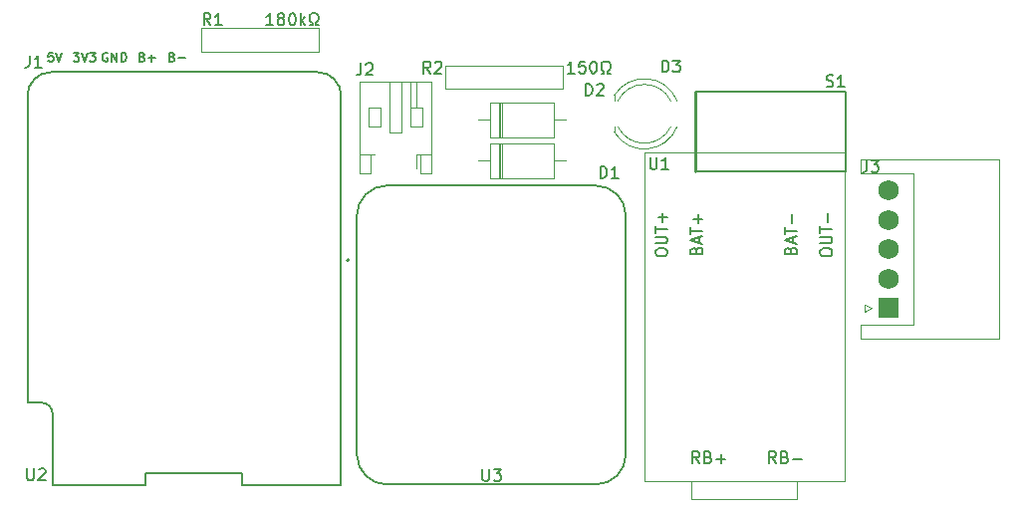
<source format=gto>
%TF.GenerationSoftware,KiCad,Pcbnew,(6.0.11)*%
%TF.CreationDate,2023-04-10T14:51:40-04:00*%
%TF.ProjectId,IMU-pcb,494d552d-7063-4622-9e6b-696361645f70,rev?*%
%TF.SameCoordinates,Original*%
%TF.FileFunction,Legend,Top*%
%TF.FilePolarity,Positive*%
%FSLAX46Y46*%
G04 Gerber Fmt 4.6, Leading zero omitted, Abs format (unit mm)*
G04 Created by KiCad (PCBNEW (6.0.11)) date 2023-04-10 14:51:40*
%MOMM*%
%LPD*%
G01*
G04 APERTURE LIST*
%ADD10C,0.150000*%
%ADD11C,0.127000*%
%ADD12C,0.300000*%
%ADD13C,0.120000*%
%ADD14C,0.200000*%
%ADD15C,0.230000*%
%ADD16R,1.750000X1.750000*%
%ADD17C,1.750000*%
G04 APERTURE END LIST*
D10*
%TO.C,J2*%
X138916666Y-73702380D02*
X138916666Y-74416666D01*
X138869047Y-74559523D01*
X138773809Y-74654761D01*
X138630952Y-74702380D01*
X138535714Y-74702380D01*
X139345238Y-73797619D02*
X139392857Y-73750000D01*
X139488095Y-73702380D01*
X139726190Y-73702380D01*
X139821428Y-73750000D01*
X139869047Y-73797619D01*
X139916666Y-73892857D01*
X139916666Y-73988095D01*
X139869047Y-74130952D01*
X139297619Y-74702380D01*
X139916666Y-74702380D01*
%TO.C,R2*%
X144833333Y-74552380D02*
X144500000Y-74076190D01*
X144261904Y-74552380D02*
X144261904Y-73552380D01*
X144642857Y-73552380D01*
X144738095Y-73600000D01*
X144785714Y-73647619D01*
X144833333Y-73742857D01*
X144833333Y-73885714D01*
X144785714Y-73980952D01*
X144738095Y-74028571D01*
X144642857Y-74076190D01*
X144261904Y-74076190D01*
X145214285Y-73647619D02*
X145261904Y-73600000D01*
X145357142Y-73552380D01*
X145595238Y-73552380D01*
X145690476Y-73600000D01*
X145738095Y-73647619D01*
X145785714Y-73742857D01*
X145785714Y-73838095D01*
X145738095Y-73980952D01*
X145166666Y-74552380D01*
X145785714Y-74552380D01*
X157061904Y-74552380D02*
X156490476Y-74552380D01*
X156776190Y-74552380D02*
X156776190Y-73552380D01*
X156680952Y-73695238D01*
X156585714Y-73790476D01*
X156490476Y-73838095D01*
X157966666Y-73552380D02*
X157490476Y-73552380D01*
X157442857Y-74028571D01*
X157490476Y-73980952D01*
X157585714Y-73933333D01*
X157823809Y-73933333D01*
X157919047Y-73980952D01*
X157966666Y-74028571D01*
X158014285Y-74123809D01*
X158014285Y-74361904D01*
X157966666Y-74457142D01*
X157919047Y-74504761D01*
X157823809Y-74552380D01*
X157585714Y-74552380D01*
X157490476Y-74504761D01*
X157442857Y-74457142D01*
X158633333Y-73552380D02*
X158728571Y-73552380D01*
X158823809Y-73600000D01*
X158871428Y-73647619D01*
X158919047Y-73742857D01*
X158966666Y-73933333D01*
X158966666Y-74171428D01*
X158919047Y-74361904D01*
X158871428Y-74457142D01*
X158823809Y-74504761D01*
X158728571Y-74552380D01*
X158633333Y-74552380D01*
X158538095Y-74504761D01*
X158490476Y-74457142D01*
X158442857Y-74361904D01*
X158395238Y-74171428D01*
X158395238Y-73933333D01*
X158442857Y-73742857D01*
X158490476Y-73647619D01*
X158538095Y-73600000D01*
X158633333Y-73552380D01*
X159347619Y-74552380D02*
X159585714Y-74552380D01*
X159585714Y-74361904D01*
X159490476Y-74314285D01*
X159395238Y-74219047D01*
X159347619Y-74076190D01*
X159347619Y-73838095D01*
X159395238Y-73695238D01*
X159490476Y-73600000D01*
X159633333Y-73552380D01*
X159823809Y-73552380D01*
X159966666Y-73600000D01*
X160061904Y-73695238D01*
X160109523Y-73838095D01*
X160109523Y-74076190D01*
X160061904Y-74219047D01*
X159966666Y-74314285D01*
X159871428Y-74361904D01*
X159871428Y-74552380D01*
X160109523Y-74552380D01*
%TO.C,R1*%
X126133333Y-70452380D02*
X125800000Y-69976190D01*
X125561904Y-70452380D02*
X125561904Y-69452380D01*
X125942857Y-69452380D01*
X126038095Y-69500000D01*
X126085714Y-69547619D01*
X126133333Y-69642857D01*
X126133333Y-69785714D01*
X126085714Y-69880952D01*
X126038095Y-69928571D01*
X125942857Y-69976190D01*
X125561904Y-69976190D01*
X127085714Y-70452380D02*
X126514285Y-70452380D01*
X126800000Y-70452380D02*
X126800000Y-69452380D01*
X126704761Y-69595238D01*
X126609523Y-69690476D01*
X126514285Y-69738095D01*
X131457142Y-70452380D02*
X130885714Y-70452380D01*
X131171428Y-70452380D02*
X131171428Y-69452380D01*
X131076190Y-69595238D01*
X130980952Y-69690476D01*
X130885714Y-69738095D01*
X132028571Y-69880952D02*
X131933333Y-69833333D01*
X131885714Y-69785714D01*
X131838095Y-69690476D01*
X131838095Y-69642857D01*
X131885714Y-69547619D01*
X131933333Y-69500000D01*
X132028571Y-69452380D01*
X132219047Y-69452380D01*
X132314285Y-69500000D01*
X132361904Y-69547619D01*
X132409523Y-69642857D01*
X132409523Y-69690476D01*
X132361904Y-69785714D01*
X132314285Y-69833333D01*
X132219047Y-69880952D01*
X132028571Y-69880952D01*
X131933333Y-69928571D01*
X131885714Y-69976190D01*
X131838095Y-70071428D01*
X131838095Y-70261904D01*
X131885714Y-70357142D01*
X131933333Y-70404761D01*
X132028571Y-70452380D01*
X132219047Y-70452380D01*
X132314285Y-70404761D01*
X132361904Y-70357142D01*
X132409523Y-70261904D01*
X132409523Y-70071428D01*
X132361904Y-69976190D01*
X132314285Y-69928571D01*
X132219047Y-69880952D01*
X133028571Y-69452380D02*
X133123809Y-69452380D01*
X133219047Y-69500000D01*
X133266666Y-69547619D01*
X133314285Y-69642857D01*
X133361904Y-69833333D01*
X133361904Y-70071428D01*
X133314285Y-70261904D01*
X133266666Y-70357142D01*
X133219047Y-70404761D01*
X133123809Y-70452380D01*
X133028571Y-70452380D01*
X132933333Y-70404761D01*
X132885714Y-70357142D01*
X132838095Y-70261904D01*
X132790476Y-70071428D01*
X132790476Y-69833333D01*
X132838095Y-69642857D01*
X132885714Y-69547619D01*
X132933333Y-69500000D01*
X133028571Y-69452380D01*
X133790476Y-70452380D02*
X133790476Y-69452380D01*
X133885714Y-70071428D02*
X134171428Y-70452380D01*
X134171428Y-69785714D02*
X133790476Y-70166666D01*
X134552380Y-70452380D02*
X134790476Y-70452380D01*
X134790476Y-70261904D01*
X134695238Y-70214285D01*
X134600000Y-70119047D01*
X134552380Y-69976190D01*
X134552380Y-69738095D01*
X134600000Y-69595238D01*
X134695238Y-69500000D01*
X134838095Y-69452380D01*
X135028571Y-69452380D01*
X135171428Y-69500000D01*
X135266666Y-69595238D01*
X135314285Y-69738095D01*
X135314285Y-69976190D01*
X135266666Y-70119047D01*
X135171428Y-70214285D01*
X135076190Y-70261904D01*
X135076190Y-70452380D01*
X135314285Y-70452380D01*
%TO.C,D3*%
X164511904Y-74452380D02*
X164511904Y-73452380D01*
X164750000Y-73452380D01*
X164892857Y-73500000D01*
X164988095Y-73595238D01*
X165035714Y-73690476D01*
X165083333Y-73880952D01*
X165083333Y-74023809D01*
X165035714Y-74214285D01*
X164988095Y-74309523D01*
X164892857Y-74404761D01*
X164750000Y-74452380D01*
X164511904Y-74452380D01*
X165416666Y-73452380D02*
X166035714Y-73452380D01*
X165702380Y-73833333D01*
X165845238Y-73833333D01*
X165940476Y-73880952D01*
X165988095Y-73928571D01*
X166035714Y-74023809D01*
X166035714Y-74261904D01*
X165988095Y-74357142D01*
X165940476Y-74404761D01*
X165845238Y-74452380D01*
X165559523Y-74452380D01*
X165464285Y-74404761D01*
X165416666Y-74357142D01*
%TO.C,U2*%
X110538095Y-108152380D02*
X110538095Y-108961904D01*
X110585714Y-109057142D01*
X110633333Y-109104761D01*
X110728571Y-109152380D01*
X110919047Y-109152380D01*
X111014285Y-109104761D01*
X111061904Y-109057142D01*
X111109523Y-108961904D01*
X111109523Y-108152380D01*
X111538095Y-108247619D02*
X111585714Y-108200000D01*
X111680952Y-108152380D01*
X111919047Y-108152380D01*
X112014285Y-108200000D01*
X112061904Y-108247619D01*
X112109523Y-108342857D01*
X112109523Y-108438095D01*
X112061904Y-108580952D01*
X111490476Y-109152380D01*
X112109523Y-109152380D01*
%TO.C,U3*%
X149238095Y-108202380D02*
X149238095Y-109011904D01*
X149285714Y-109107142D01*
X149333333Y-109154761D01*
X149428571Y-109202380D01*
X149619047Y-109202380D01*
X149714285Y-109154761D01*
X149761904Y-109107142D01*
X149809523Y-109011904D01*
X149809523Y-108202380D01*
X150190476Y-108202380D02*
X150809523Y-108202380D01*
X150476190Y-108583333D01*
X150619047Y-108583333D01*
X150714285Y-108630952D01*
X150761904Y-108678571D01*
X150809523Y-108773809D01*
X150809523Y-109011904D01*
X150761904Y-109107142D01*
X150714285Y-109154761D01*
X150619047Y-109202380D01*
X150333333Y-109202380D01*
X150238095Y-109154761D01*
X150190476Y-109107142D01*
%TO.C,J1*%
X110766666Y-73052380D02*
X110766666Y-73766666D01*
X110719047Y-73909523D01*
X110623809Y-74004761D01*
X110480952Y-74052380D01*
X110385714Y-74052380D01*
X111766666Y-74052380D02*
X111195238Y-74052380D01*
X111480952Y-74052380D02*
X111480952Y-73052380D01*
X111385714Y-73195238D01*
X111290476Y-73290476D01*
X111195238Y-73338095D01*
D11*
X120336714Y-73169571D02*
X120445571Y-73205857D01*
X120481857Y-73242142D01*
X120518142Y-73314714D01*
X120518142Y-73423571D01*
X120481857Y-73496142D01*
X120445571Y-73532428D01*
X120373000Y-73568714D01*
X120082714Y-73568714D01*
X120082714Y-72806714D01*
X120336714Y-72806714D01*
X120409285Y-72843000D01*
X120445571Y-72879285D01*
X120481857Y-72951857D01*
X120481857Y-73024428D01*
X120445571Y-73097000D01*
X120409285Y-73133285D01*
X120336714Y-73169571D01*
X120082714Y-73169571D01*
X120844714Y-73278428D02*
X121425285Y-73278428D01*
X121135000Y-73568714D02*
X121135000Y-72988142D01*
X112734857Y-72806714D02*
X112372000Y-72806714D01*
X112335714Y-73169571D01*
X112372000Y-73133285D01*
X112444571Y-73097000D01*
X112626000Y-73097000D01*
X112698571Y-73133285D01*
X112734857Y-73169571D01*
X112771142Y-73242142D01*
X112771142Y-73423571D01*
X112734857Y-73496142D01*
X112698571Y-73532428D01*
X112626000Y-73568714D01*
X112444571Y-73568714D01*
X112372000Y-73532428D01*
X112335714Y-73496142D01*
X112988857Y-72806714D02*
X113242857Y-73568714D01*
X113496857Y-72806714D01*
X117379428Y-72843000D02*
X117306857Y-72806714D01*
X117198000Y-72806714D01*
X117089142Y-72843000D01*
X117016571Y-72915571D01*
X116980285Y-72988142D01*
X116944000Y-73133285D01*
X116944000Y-73242142D01*
X116980285Y-73387285D01*
X117016571Y-73459857D01*
X117089142Y-73532428D01*
X117198000Y-73568714D01*
X117270571Y-73568714D01*
X117379428Y-73532428D01*
X117415714Y-73496142D01*
X117415714Y-73242142D01*
X117270571Y-73242142D01*
X117742285Y-73568714D02*
X117742285Y-72806714D01*
X118177714Y-73568714D01*
X118177714Y-72806714D01*
X118540571Y-73568714D02*
X118540571Y-72806714D01*
X118722000Y-72806714D01*
X118830857Y-72843000D01*
X118903428Y-72915571D01*
X118939714Y-72988142D01*
X118976000Y-73133285D01*
X118976000Y-73242142D01*
X118939714Y-73387285D01*
X118903428Y-73459857D01*
X118830857Y-73532428D01*
X118722000Y-73568714D01*
X118540571Y-73568714D01*
X114476571Y-72806714D02*
X114948285Y-72806714D01*
X114694285Y-73097000D01*
X114803142Y-73097000D01*
X114875714Y-73133285D01*
X114912000Y-73169571D01*
X114948285Y-73242142D01*
X114948285Y-73423571D01*
X114912000Y-73496142D01*
X114875714Y-73532428D01*
X114803142Y-73568714D01*
X114585428Y-73568714D01*
X114512857Y-73532428D01*
X114476571Y-73496142D01*
X115166000Y-72806714D02*
X115420000Y-73568714D01*
X115674000Y-72806714D01*
X115855428Y-72806714D02*
X116327142Y-72806714D01*
X116073142Y-73097000D01*
X116182000Y-73097000D01*
X116254571Y-73133285D01*
X116290857Y-73169571D01*
X116327142Y-73242142D01*
X116327142Y-73423571D01*
X116290857Y-73496142D01*
X116254571Y-73532428D01*
X116182000Y-73568714D01*
X115964285Y-73568714D01*
X115891714Y-73532428D01*
X115855428Y-73496142D01*
X122876714Y-73169571D02*
X122985571Y-73205857D01*
X123021857Y-73242142D01*
X123058142Y-73314714D01*
X123058142Y-73423571D01*
X123021857Y-73496142D01*
X122985571Y-73532428D01*
X122913000Y-73568714D01*
X122622714Y-73568714D01*
X122622714Y-72806714D01*
X122876714Y-72806714D01*
X122949285Y-72843000D01*
X122985571Y-72879285D01*
X123021857Y-72951857D01*
X123021857Y-73024428D01*
X122985571Y-73097000D01*
X122949285Y-73133285D01*
X122876714Y-73169571D01*
X122622714Y-73169571D01*
X123384714Y-73278428D02*
X123965285Y-73278428D01*
D10*
%TO.C,S1*%
X178488095Y-75654761D02*
X178630952Y-75702380D01*
X178869047Y-75702380D01*
X178964285Y-75654761D01*
X179011904Y-75607142D01*
X179059523Y-75511904D01*
X179059523Y-75416666D01*
X179011904Y-75321428D01*
X178964285Y-75273809D01*
X178869047Y-75226190D01*
X178678571Y-75178571D01*
X178583333Y-75130952D01*
X178535714Y-75083333D01*
X178488095Y-74988095D01*
X178488095Y-74892857D01*
X178535714Y-74797619D01*
X178583333Y-74750000D01*
X178678571Y-74702380D01*
X178916666Y-74702380D01*
X179059523Y-74750000D01*
X180011904Y-75702380D02*
X179440476Y-75702380D01*
X179726190Y-75702380D02*
X179726190Y-74702380D01*
X179630952Y-74845238D01*
X179535714Y-74940476D01*
X179440476Y-74988095D01*
%TO.C,J3*%
X181916666Y-81952380D02*
X181916666Y-82666666D01*
X181869047Y-82809523D01*
X181773809Y-82904761D01*
X181630952Y-82952380D01*
X181535714Y-82952380D01*
X182297619Y-81952380D02*
X182916666Y-81952380D01*
X182583333Y-82333333D01*
X182726190Y-82333333D01*
X182821428Y-82380952D01*
X182869047Y-82428571D01*
X182916666Y-82523809D01*
X182916666Y-82761904D01*
X182869047Y-82857142D01*
X182821428Y-82904761D01*
X182726190Y-82952380D01*
X182440476Y-82952380D01*
X182345238Y-82904761D01*
X182297619Y-82857142D01*
%TO.C,D2*%
X158011904Y-76452380D02*
X158011904Y-75452380D01*
X158250000Y-75452380D01*
X158392857Y-75500000D01*
X158488095Y-75595238D01*
X158535714Y-75690476D01*
X158583333Y-75880952D01*
X158583333Y-76023809D01*
X158535714Y-76214285D01*
X158488095Y-76309523D01*
X158392857Y-76404761D01*
X158250000Y-76452380D01*
X158011904Y-76452380D01*
X158964285Y-75547619D02*
X159011904Y-75500000D01*
X159107142Y-75452380D01*
X159345238Y-75452380D01*
X159440476Y-75500000D01*
X159488095Y-75547619D01*
X159535714Y-75642857D01*
X159535714Y-75738095D01*
X159488095Y-75880952D01*
X158916666Y-76452380D01*
X159535714Y-76452380D01*
%TO.C,U1*%
X163488095Y-81702380D02*
X163488095Y-82511904D01*
X163535714Y-82607142D01*
X163583333Y-82654761D01*
X163678571Y-82702380D01*
X163869047Y-82702380D01*
X163964285Y-82654761D01*
X164011904Y-82607142D01*
X164059523Y-82511904D01*
X164059523Y-81702380D01*
X165059523Y-82702380D02*
X164488095Y-82702380D01*
X164773809Y-82702380D02*
X164773809Y-81702380D01*
X164678571Y-81845238D01*
X164583333Y-81940476D01*
X164488095Y-81988095D01*
X175428571Y-89607142D02*
X175476190Y-89464285D01*
X175523809Y-89416666D01*
X175619047Y-89369047D01*
X175761904Y-89369047D01*
X175857142Y-89416666D01*
X175904761Y-89464285D01*
X175952380Y-89559523D01*
X175952380Y-89940476D01*
X174952380Y-89940476D01*
X174952380Y-89607142D01*
X175000000Y-89511904D01*
X175047619Y-89464285D01*
X175142857Y-89416666D01*
X175238095Y-89416666D01*
X175333333Y-89464285D01*
X175380952Y-89511904D01*
X175428571Y-89607142D01*
X175428571Y-89940476D01*
X175666666Y-88988095D02*
X175666666Y-88511904D01*
X175952380Y-89083333D02*
X174952380Y-88750000D01*
X175952380Y-88416666D01*
X174952380Y-88226190D02*
X174952380Y-87654761D01*
X175952380Y-87940476D02*
X174952380Y-87940476D01*
X175571428Y-87321428D02*
X175571428Y-86559523D01*
X167690476Y-107702380D02*
X167357142Y-107226190D01*
X167119047Y-107702380D02*
X167119047Y-106702380D01*
X167500000Y-106702380D01*
X167595238Y-106750000D01*
X167642857Y-106797619D01*
X167690476Y-106892857D01*
X167690476Y-107035714D01*
X167642857Y-107130952D01*
X167595238Y-107178571D01*
X167500000Y-107226190D01*
X167119047Y-107226190D01*
X168452380Y-107178571D02*
X168595238Y-107226190D01*
X168642857Y-107273809D01*
X168690476Y-107369047D01*
X168690476Y-107511904D01*
X168642857Y-107607142D01*
X168595238Y-107654761D01*
X168500000Y-107702380D01*
X168119047Y-107702380D01*
X168119047Y-106702380D01*
X168452380Y-106702380D01*
X168547619Y-106750000D01*
X168595238Y-106797619D01*
X168642857Y-106892857D01*
X168642857Y-106988095D01*
X168595238Y-107083333D01*
X168547619Y-107130952D01*
X168452380Y-107178571D01*
X168119047Y-107178571D01*
X169119047Y-107321428D02*
X169880952Y-107321428D01*
X169500000Y-107702380D02*
X169500000Y-106940476D01*
X163952380Y-89869047D02*
X163952380Y-89678571D01*
X164000000Y-89583333D01*
X164095238Y-89488095D01*
X164285714Y-89440476D01*
X164619047Y-89440476D01*
X164809523Y-89488095D01*
X164904761Y-89583333D01*
X164952380Y-89678571D01*
X164952380Y-89869047D01*
X164904761Y-89964285D01*
X164809523Y-90059523D01*
X164619047Y-90107142D01*
X164285714Y-90107142D01*
X164095238Y-90059523D01*
X164000000Y-89964285D01*
X163952380Y-89869047D01*
X163952380Y-89011904D02*
X164761904Y-89011904D01*
X164857142Y-88964285D01*
X164904761Y-88916666D01*
X164952380Y-88821428D01*
X164952380Y-88630952D01*
X164904761Y-88535714D01*
X164857142Y-88488095D01*
X164761904Y-88440476D01*
X163952380Y-88440476D01*
X163952380Y-88107142D02*
X163952380Y-87535714D01*
X164952380Y-87821428D02*
X163952380Y-87821428D01*
X164571428Y-87202380D02*
X164571428Y-86440476D01*
X164952380Y-86821428D02*
X164190476Y-86821428D01*
X167428571Y-89607142D02*
X167476190Y-89464285D01*
X167523809Y-89416666D01*
X167619047Y-89369047D01*
X167761904Y-89369047D01*
X167857142Y-89416666D01*
X167904761Y-89464285D01*
X167952380Y-89559523D01*
X167952380Y-89940476D01*
X166952380Y-89940476D01*
X166952380Y-89607142D01*
X167000000Y-89511904D01*
X167047619Y-89464285D01*
X167142857Y-89416666D01*
X167238095Y-89416666D01*
X167333333Y-89464285D01*
X167380952Y-89511904D01*
X167428571Y-89607142D01*
X167428571Y-89940476D01*
X167666666Y-88988095D02*
X167666666Y-88511904D01*
X167952380Y-89083333D02*
X166952380Y-88750000D01*
X167952380Y-88416666D01*
X166952380Y-88226190D02*
X166952380Y-87654761D01*
X167952380Y-87940476D02*
X166952380Y-87940476D01*
X167571428Y-87321428D02*
X167571428Y-86559523D01*
X167952380Y-86940476D02*
X167190476Y-86940476D01*
X174190476Y-107702380D02*
X173857142Y-107226190D01*
X173619047Y-107702380D02*
X173619047Y-106702380D01*
X174000000Y-106702380D01*
X174095238Y-106750000D01*
X174142857Y-106797619D01*
X174190476Y-106892857D01*
X174190476Y-107035714D01*
X174142857Y-107130952D01*
X174095238Y-107178571D01*
X174000000Y-107226190D01*
X173619047Y-107226190D01*
X174952380Y-107178571D02*
X175095238Y-107226190D01*
X175142857Y-107273809D01*
X175190476Y-107369047D01*
X175190476Y-107511904D01*
X175142857Y-107607142D01*
X175095238Y-107654761D01*
X175000000Y-107702380D01*
X174619047Y-107702380D01*
X174619047Y-106702380D01*
X174952380Y-106702380D01*
X175047619Y-106750000D01*
X175095238Y-106797619D01*
X175142857Y-106892857D01*
X175142857Y-106988095D01*
X175095238Y-107083333D01*
X175047619Y-107130952D01*
X174952380Y-107178571D01*
X174619047Y-107178571D01*
X175619047Y-107321428D02*
X176380952Y-107321428D01*
X177952380Y-89869047D02*
X177952380Y-89678571D01*
X178000000Y-89583333D01*
X178095238Y-89488095D01*
X178285714Y-89440476D01*
X178619047Y-89440476D01*
X178809523Y-89488095D01*
X178904761Y-89583333D01*
X178952380Y-89678571D01*
X178952380Y-89869047D01*
X178904761Y-89964285D01*
X178809523Y-90059523D01*
X178619047Y-90107142D01*
X178285714Y-90107142D01*
X178095238Y-90059523D01*
X178000000Y-89964285D01*
X177952380Y-89869047D01*
X177952380Y-89011904D02*
X178761904Y-89011904D01*
X178857142Y-88964285D01*
X178904761Y-88916666D01*
X178952380Y-88821428D01*
X178952380Y-88630952D01*
X178904761Y-88535714D01*
X178857142Y-88488095D01*
X178761904Y-88440476D01*
X177952380Y-88440476D01*
X177952380Y-88107142D02*
X177952380Y-87535714D01*
X178952380Y-87821428D02*
X177952380Y-87821428D01*
X178571428Y-87202380D02*
X178571428Y-86440476D01*
%TO.C,D1*%
X159261904Y-83452380D02*
X159261904Y-82452380D01*
X159500000Y-82452380D01*
X159642857Y-82500000D01*
X159738095Y-82595238D01*
X159785714Y-82690476D01*
X159833333Y-82880952D01*
X159833333Y-83023809D01*
X159785714Y-83214285D01*
X159738095Y-83309523D01*
X159642857Y-83404761D01*
X159500000Y-83452380D01*
X159261904Y-83452380D01*
X160785714Y-83452380D02*
X160214285Y-83452380D01*
X160500000Y-83452380D02*
X160500000Y-82452380D01*
X160404761Y-82595238D01*
X160309523Y-82690476D01*
X160214285Y-82738095D01*
D12*
%TO.C,*%
D13*
%TO.C,J2*%
X142350000Y-79600000D02*
X141350000Y-79600000D01*
X144900000Y-75250000D02*
X138800000Y-75250000D01*
X138800000Y-75250000D02*
X138800000Y-83050000D01*
X140550000Y-79100000D02*
X139550000Y-79100000D01*
X144000000Y-83050000D02*
X144900000Y-83050000D01*
X144900000Y-83050000D02*
X144900000Y-75250000D01*
X143150000Y-77500000D02*
X143150000Y-79100000D01*
X139700000Y-83050000D02*
X139700000Y-81450000D01*
X144150000Y-79100000D02*
X144150000Y-77500000D01*
X144150000Y-77500000D02*
X143150000Y-77500000D01*
X143650000Y-81450000D02*
X144000000Y-81450000D01*
X144000000Y-81450000D02*
X144000000Y-83050000D01*
X139550000Y-79100000D02*
X139550000Y-77500000D01*
X140550000Y-77500000D02*
X140550000Y-79100000D01*
X139550000Y-77500000D02*
X140550000Y-77500000D01*
X144900000Y-81450000D02*
X144000000Y-81450000D01*
X142350000Y-75250000D02*
X142350000Y-79600000D01*
X138800000Y-81450000D02*
X139700000Y-81450000D01*
X143150000Y-77500000D02*
X143150000Y-75250000D01*
X141350000Y-79600000D02*
X141350000Y-75250000D01*
X143650000Y-77500000D02*
X143650000Y-75250000D01*
X139700000Y-81450000D02*
X140050000Y-81450000D01*
X143150000Y-79100000D02*
X144150000Y-79100000D01*
X138800000Y-83050000D02*
X139700000Y-83050000D01*
X143650000Y-81450000D02*
X143650000Y-82650000D01*
%TO.C,R2*%
X146100000Y-73900000D02*
X156100000Y-73900000D01*
X156100000Y-75900000D02*
X146100000Y-75900000D01*
X156100000Y-73900000D02*
X156100000Y-75900000D01*
X146100000Y-75900000D02*
X146100000Y-73900000D01*
%TO.C,R1*%
X125300000Y-72700000D02*
X125300000Y-70700000D01*
X125300000Y-70700000D02*
X135300000Y-70700000D01*
X135300000Y-72700000D02*
X125300000Y-72700000D01*
X135300000Y-70700000D02*
X135300000Y-72700000D01*
%TO.C,D3*%
X160445000Y-76455000D02*
X160445000Y-76920000D01*
X160445000Y-79080000D02*
X160445000Y-79545000D01*
X160750316Y-79080000D02*
G75*
G03*
X165259479Y-79080429I2254684J1080000D01*
G01*
X165259479Y-76919571D02*
G75*
G03*
X160750316Y-76920000I-2254479J-1080429D01*
G01*
X165792815Y-76919173D02*
G75*
G03*
X160445000Y-76455170I-2787815J-1080827D01*
G01*
X160445000Y-79544830D02*
G75*
G03*
X165792815Y-79080827I2560000J1544830D01*
G01*
D10*
%TO.C,U2*%
X128801012Y-108541012D02*
X128801012Y-109541012D01*
X120581012Y-108541012D02*
X128801012Y-108541012D01*
X137231012Y-109541012D02*
X137231012Y-76461012D01*
X110571012Y-76461012D02*
X110571012Y-102541012D01*
X135231012Y-74461012D02*
X112571012Y-74461012D01*
X110571012Y-102541012D02*
X110571012Y-102541012D01*
X128801012Y-109541012D02*
X137231011Y-109541012D01*
X112721012Y-109541012D02*
X112721012Y-103541012D01*
X111731012Y-102541012D02*
X110571012Y-102541012D01*
X120581012Y-109541012D02*
X120581012Y-108541012D01*
X112721012Y-109541012D02*
X120581012Y-109541012D01*
X112571012Y-74461012D02*
G75*
G03*
X110571012Y-76461012I0J-2000000D01*
G01*
X112721012Y-103541012D02*
G75*
G03*
X111721012Y-102541012I-999999J1D01*
G01*
X137231012Y-76461012D02*
G75*
G03*
X135231012Y-74461012I-2000000J0D01*
G01*
D11*
%TO.C,U3*%
X138570000Y-86640000D02*
X138570000Y-106960000D01*
X161430000Y-106960000D02*
X161430000Y-86640000D01*
X158890000Y-84100000D02*
X141110000Y-84100000D01*
X141110000Y-109500000D02*
X158890000Y-109500000D01*
X141110000Y-84100000D02*
G75*
G03*
X138570000Y-86640000I1J-2540001D01*
G01*
X138570000Y-106960000D02*
G75*
G03*
X141110000Y-109500000I2540000J0D01*
G01*
X161430000Y-86640000D02*
G75*
G03*
X158890000Y-84100000I-2540001J-1D01*
G01*
X158890000Y-109500000D02*
G75*
G03*
X161430000Y-106960000I0J2540000D01*
G01*
D14*
X137920000Y-90450000D02*
G75*
G03*
X137920000Y-90450000I-100000J0D01*
G01*
D15*
%TO.C,S1*%
X167350000Y-76150000D02*
X167350000Y-82850000D01*
D14*
X180150000Y-82850000D02*
X180150000Y-76150000D01*
X167350000Y-82850000D02*
X180150000Y-82850000D01*
X180150000Y-76150000D02*
X167350000Y-76150000D01*
D13*
%TO.C,J3*%
X181700000Y-94800000D02*
X181700000Y-94200000D01*
X193150000Y-89500000D02*
X193150000Y-81900000D01*
X181350000Y-81900000D02*
X181350000Y-83100000D01*
X193150000Y-89500000D02*
X193150000Y-97100000D01*
X182300000Y-94500000D02*
X181700000Y-94800000D01*
X193150000Y-97100000D02*
X181350000Y-97100000D01*
X181350000Y-83100000D02*
X185850000Y-83100000D01*
X185850000Y-95900000D02*
X185850000Y-89500000D01*
X181350000Y-97100000D02*
X181350000Y-95900000D01*
X181700000Y-94200000D02*
X182300000Y-94500000D01*
X193150000Y-81900000D02*
X181350000Y-81900000D01*
X181350000Y-95900000D02*
X185850000Y-95900000D01*
X185850000Y-83100000D02*
X185850000Y-89500000D01*
%TO.C,D2*%
X155320000Y-79970000D02*
X155320000Y-77030000D01*
X150900000Y-77030000D02*
X150900000Y-79970000D01*
X148860000Y-78500000D02*
X149880000Y-78500000D01*
X150780000Y-77030000D02*
X150780000Y-79970000D01*
X149880000Y-77030000D02*
X149880000Y-79970000D01*
X150660000Y-77030000D02*
X150660000Y-79970000D01*
X149880000Y-79970000D02*
X155320000Y-79970000D01*
X156340000Y-78500000D02*
X155320000Y-78500000D01*
X155320000Y-77030000D02*
X149880000Y-77030000D01*
%TO.C,U1*%
X163000000Y-109250000D02*
X163000000Y-81250000D01*
X176000000Y-109250000D02*
X176000000Y-110750000D01*
X176000000Y-110750000D02*
X167000000Y-110750000D01*
X167000000Y-110750000D02*
X167000000Y-109250000D01*
X163000000Y-81250000D02*
X180000000Y-81250000D01*
X180000000Y-81250000D02*
X180000000Y-109250000D01*
X180000000Y-109250000D02*
X163000000Y-109250000D01*
%TO.C,D1*%
X149880000Y-83470000D02*
X155320000Y-83470000D01*
X155320000Y-83470000D02*
X155320000Y-80530000D01*
X149880000Y-80530000D02*
X149880000Y-83470000D01*
X148860000Y-82000000D02*
X149880000Y-82000000D01*
X150780000Y-80530000D02*
X150780000Y-83470000D01*
X155320000Y-80530000D02*
X149880000Y-80530000D01*
X150660000Y-80530000D02*
X150660000Y-83470000D01*
X156340000Y-82000000D02*
X155320000Y-82000000D01*
X150900000Y-80530000D02*
X150900000Y-83470000D01*
%TD*%
D16*
%TO.C,J3*%
X183800000Y-94500000D03*
D17*
X183800000Y-92000000D03*
X183800000Y-89500000D03*
X183800000Y-87000000D03*
X183800000Y-84500000D03*
%TD*%
M02*

</source>
